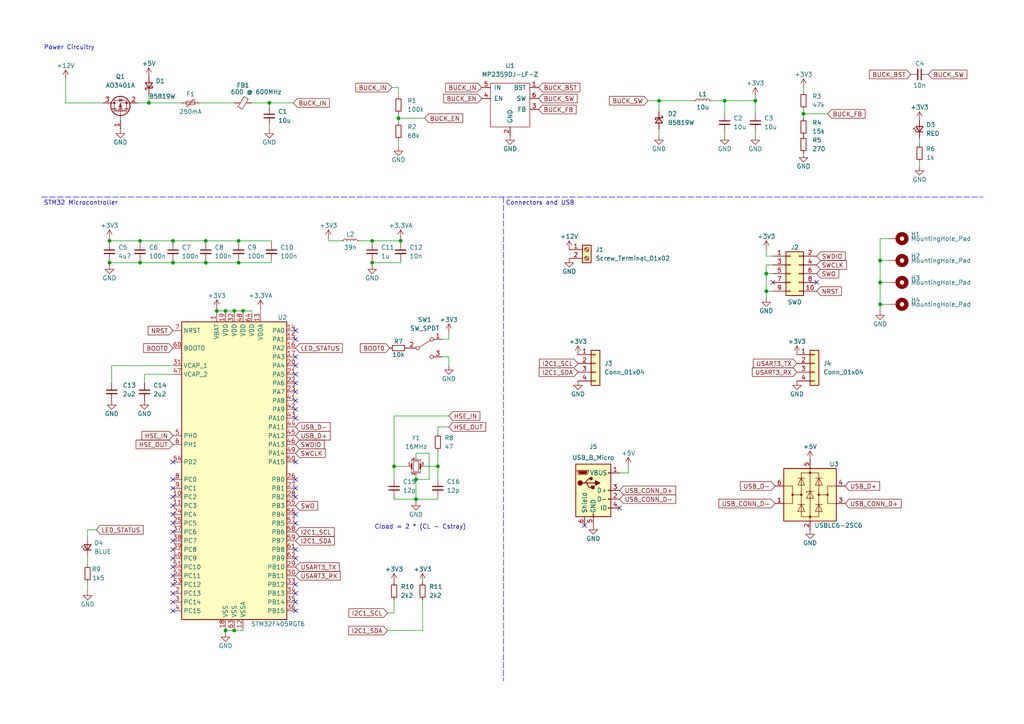
<source format=kicad_sch>
(kicad_sch (version 20201015) (generator eeschema)
  (paper "A4")
  (title_block (title "STM32F4 Test Board") (date "2020-09-25") (rev "2.0") (company "Phil's Lab"))
  (lib_symbols
    (symbol "Connector:Screw_Terminal_01x02" (pin_names (offset 1.016) hide)
      (property "Reference" "J" (at 0 2.54 0))
      (property "Value" "Screw_Terminal_01x02" (at 0 -5.08 0))
      (symbol "Screw_Terminal_01x02_1_1"
        (pin passive line (at -5.08 0 0) (length 3.81) (name "Pin_1") (number "1"))
        (pin passive line (at -5.08 -2.54 0) (length 3.81) (name "Pin_2") (number "2"))
      )
    )
    (symbol "Connector:USB_B_Micro" (pin_names (offset 1.016))
      (property "Reference" "J" (at -5.08 11.43 0))
      (property "Value" "USB_B_Micro" (at -5.08 8.89 0))
      (symbol "USB_B_Micro_1_1"
        (pin power_out line (at 7.62 5.08 180) (length 2.54) (name "VBUS") (number "1"))
        (pin bidirectional line (at 7.62 -2.54 180) (length 2.54) (name "D-") (number "2"))
        (pin bidirectional line (at 7.62 0 180) (length 2.54) (name "D+") (number "3"))
        (pin passive line (at 7.62 -5.08 180) (length 2.54) (name "ID") (number "4"))
        (pin power_out line (at 0 -10.16 90) (length 2.54) (name "GND") (number "5"))
        (pin passive line (at -2.54 -10.16 90) (length 2.54) (name "Shield") (number "6"))
      )
    )
    (symbol "Connector_Generic:Conn_01x04" (pin_names (offset 1.016) hide)
      (property "Reference" "J" (at 0 5.08 0))
      (property "Value" "Conn_01x04" (at 0 -7.62 0))
      (symbol "Conn_01x04_1_1"
        (pin passive line (at -5.08 2.54 0) (length 3.81) (name "Pin_1") (number "1"))
        (pin passive line (at -5.08 0 0) (length 3.81) (name "Pin_2") (number "2"))
        (pin passive line (at -5.08 -2.54 0) (length 3.81) (name "Pin_3") (number "3"))
        (pin passive line (at -5.08 -5.08 0) (length 3.81) (name "Pin_4") (number "4"))
      )
    )
    (symbol "Connector_Generic:Conn_02x05_Odd_Even" (pin_names (offset 1.016) hide)
      (property "Reference" "J" (at 1.27 7.62 0))
      (property "Value" "Conn_02x05_Odd_Even" (at 1.27 -7.62 0))
      (symbol "Conn_02x05_Odd_Even_1_1"
        (pin passive line (at -5.08 5.08 0) (length 3.81) (name "Pin_1") (number "1"))
        (pin passive line (at 7.62 -5.08 180) (length 3.81) (name "Pin_10") (number "10"))
        (pin passive line (at 7.62 5.08 180) (length 3.81) (name "Pin_2") (number "2"))
        (pin passive line (at -5.08 2.54 0) (length 3.81) (name "Pin_3") (number "3"))
        (pin passive line (at 7.62 2.54 180) (length 3.81) (name "Pin_4") (number "4"))
        (pin passive line (at -5.08 0 0) (length 3.81) (name "Pin_5") (number "5"))
        (pin passive line (at 7.62 0 180) (length 3.81) (name "Pin_6") (number "6"))
        (pin passive line (at -5.08 -2.54 0) (length 3.81) (name "Pin_7") (number "7"))
        (pin passive line (at 7.62 -2.54 180) (length 3.81) (name "Pin_8") (number "8"))
        (pin passive line (at -5.08 -5.08 0) (length 3.81) (name "Pin_9") (number "9"))
      )
    )
    (symbol "Device:C_Small" (pin_numbers hide) (pin_names (offset 0.254) hide)
      (property "Reference" "C" (at 0.254 1.778 0))
      (property "Value" "C_Small" (at 0.254 -2.032 0))
      (symbol "C_Small_1_1"
        (pin passive line (at 0 2.54 270) (length 2.032) (name "~") (number "1"))
        (pin passive line (at 0 -2.54 90) (length 2.032) (name "~") (number "2"))
      )
    )
    (symbol "Device:Crystal_GND24_Small" (pin_names (offset 1.016) hide)
      (property "Reference" "Y" (at 1.27 4.445 0))
      (property "Value" "Crystal_GND24_Small" (at 1.27 2.54 0))
      (symbol "Crystal_GND24_Small_1_1"
        (pin passive line (at -2.54 0 0) (length 1.27) (name "1") (number "1"))
        (pin passive line (at 0 -2.54 90) (length 0.635) (name "2") (number "2"))
        (pin passive line (at 2.54 0 180) (length 1.27) (name "3") (number "3"))
        (pin passive line (at 0 2.54 270) (length 0.635) (name "4") (number "4"))
      )
    )
    (symbol "Device:D_Schottky_Small" (pin_numbers hide) (pin_names (offset 0.254) hide)
      (property "Reference" "D" (at -1.27 2.032 0))
      (property "Value" "D_Schottky_Small" (at -7.112 -2.032 0))
      (symbol "D_Schottky_Small_1_1"
        (pin passive line (at -2.54 0 0) (length 1.778) (name "K") (number "1"))
        (pin passive line (at 2.54 0 180) (length 1.778) (name "A") (number "2"))
      )
    )
    (symbol "Device:Ferrite_Bead_Small" (pin_numbers hide) (pin_names (offset 0))
      (property "Reference" "FB" (at 1.905 1.27 0))
      (property "Value" "Ferrite_Bead_Small" (at 1.905 -1.27 0))
      (symbol "Ferrite_Bead_Small_1_1"
        (pin passive line (at 0 2.54 270) (length 1.27) (name "~") (number "1"))
        (pin passive line (at 0 -2.54 90) (length 1.27) (name "~") (number "2"))
      )
    )
    (symbol "Device:LED_Small" (pin_numbers hide) (pin_names (offset 0.254) hide)
      (property "Reference" "D" (at -1.27 3.175 0))
      (property "Value" "LED_Small" (at -4.445 -2.54 0))
      (symbol "LED_Small_1_1"
        (pin passive line (at -2.54 0 0) (length 1.778) (name "K") (number "1"))
        (pin passive line (at 2.54 0 180) (length 1.778) (name "A") (number "2"))
      )
    )
    (symbol "Device:L_Small" (pin_numbers hide) (pin_names (offset 0.254) hide)
      (property "Reference" "L" (at 0.762 1.016 0))
      (property "Value" "L_Small" (at 0.762 -1.016 0))
      (symbol "L_Small_1_1"
        (pin passive line (at 0 2.54 270) (length 0.508) (name "~") (number "1"))
        (pin passive line (at 0 -2.54 90) (length 0.508) (name "~") (number "2"))
      )
    )
    (symbol "Device:Polyfuse_Small" (pin_numbers hide) (pin_names (offset 0))
      (property "Reference" "F" (at -1.905 0 90))
      (property "Value" "Polyfuse_Small" (at 1.905 0 90))
      (symbol "Polyfuse_Small_1_1"
        (pin passive line (at 0 2.54 270) (length 0.635) (name "~") (number "1"))
        (pin passive line (at 0 -2.54 90) (length 0.635) (name "~") (number "2"))
      )
    )
    (symbol "Device:R_Small" (pin_numbers hide) (pin_names (offset 0.254) hide)
      (property "Reference" "R" (at 0.762 0.508 0))
      (property "Value" "R_Small" (at 0.762 -1.016 0))
      (symbol "R_Small_1_1"
        (pin passive line (at 0 2.54 270) (length 0.762) (name "~") (number "1"))
        (pin passive line (at 0 -2.54 90) (length 0.762) (name "~") (number "2"))
      )
    )
    (symbol "MCU_ST_STM32F4:STM32F405RGTx"
      (property "Reference" "U" (at -15.24 44.45 0))
      (property "Value" "STM32F405RGTx" (at 10.16 44.45 0))
      (symbol "STM32F405RGTx_1_1"
        (pin input line (at -17.78 35.56 0) (length 2.54) (name "BOOT0") (number "60"))
        (pin input line (at -17.78 40.64 0) (length 2.54) (name "NRST") (number "7"))
        (pin bidirectional line (at 17.78 40.64 180) (length 2.54) (name "PA0") (number "14"))
        (pin bidirectional line (at 17.78 38.1 180) (length 2.54) (name "PA1") (number "15"))
        (pin bidirectional line (at 17.78 15.24 180) (length 2.54) (name "PA10") (number "43"))
        (pin bidirectional line (at 17.78 12.7 180) (length 2.54) (name "PA11") (number "44"))
        (pin bidirectional line (at 17.78 10.16 180) (length 2.54) (name "PA12") (number "45"))
        (pin bidirectional line (at 17.78 7.62 180) (length 2.54) (name "PA13") (number "46"))
        (pin bidirectional line (at 17.78 5.08 180) (length 2.54) (name "PA14") (number "49"))
        (pin bidirectional line (at 17.78 2.54 180) (length 2.54) (name "PA15") (number "50"))
        (pin bidirectional line (at 17.78 35.56 180) (length 2.54) (name "PA2") (number "16"))
        (pin bidirectional line (at 17.78 33.02 180) (length 2.54) (name "PA3") (number "17"))
        (pin bidirectional line (at 17.78 30.48 180) (length 2.54) (name "PA4") (number "20"))
        (pin bidirectional line (at 17.78 27.94 180) (length 2.54) (name "PA5") (number "21"))
        (pin bidirectional line (at 17.78 25.4 180) (length 2.54) (name "PA6") (number "22"))
        (pin bidirectional line (at 17.78 22.86 180) (length 2.54) (name "PA7") (number "23"))
        (pin bidirectional line (at 17.78 20.32 180) (length 2.54) (name "PA8") (number "41"))
        (pin bidirectional line (at 17.78 17.78 180) (length 2.54) (name "PA9") (number "42"))
        (pin bidirectional line (at 17.78 -2.54 180) (length 2.54) (name "PB0") (number "26"))
        (pin bidirectional line (at 17.78 -5.08 180) (length 2.54) (name "PB1") (number "27"))
        (pin bidirectional line (at 17.78 -27.94 180) (length 2.54) (name "PB10") (number "29"))
        (pin bidirectional line (at 17.78 -30.48 180) (length 2.54) (name "PB11") (number "30"))
        (pin bidirectional line (at 17.78 -33.02 180) (length 2.54) (name "PB12") (number "33"))
        (pin bidirectional line (at 17.78 -35.56 180) (length 2.54) (name "PB13") (number "34"))
        (pin bidirectional line (at 17.78 -38.1 180) (length 2.54) (name "PB14") (number "35"))
        (pin bidirectional line (at 17.78 -40.64 180) (length 2.54) (name "PB15") (number "36"))
        (pin bidirectional line (at 17.78 -7.62 180) (length 2.54) (name "PB2") (number "28"))
        (pin bidirectional line (at 17.78 -10.16 180) (length 2.54) (name "PB3") (number "55"))
        (pin bidirectional line (at 17.78 -12.7 180) (length 2.54) (name "PB4") (number "56"))
        (pin bidirectional line (at 17.78 -15.24 180) (length 2.54) (name "PB5") (number "57"))
        (pin bidirectional line (at 17.78 -17.78 180) (length 2.54) (name "PB6") (number "58"))
        (pin bidirectional line (at 17.78 -20.32 180) (length 2.54) (name "PB7") (number "59"))
        (pin bidirectional line (at 17.78 -22.86 180) (length 2.54) (name "PB8") (number "61"))
        (pin bidirectional line (at 17.78 -25.4 180) (length 2.54) (name "PB9") (number "62"))
        (pin bidirectional line (at -17.78 -2.54 0) (length 2.54) (name "PC0") (number "8"))
        (pin bidirectional line (at -17.78 -5.08 0) (length 2.54) (name "PC1") (number "9"))
        (pin bidirectional line (at -17.78 -27.94 0) (length 2.54) (name "PC10") (number "51"))
        (pin bidirectional line (at -17.78 -30.48 0) (length 2.54) (name "PC11") (number "52"))
        (pin bidirectional line (at -17.78 -33.02 0) (length 2.54) (name "PC12") (number "53"))
        (pin bidirectional line (at -17.78 -35.56 0) (length 2.54) (name "PC13") (number "2"))
        (pin bidirectional line (at -17.78 -38.1 0) (length 2.54) (name "PC14") (number "3"))
        (pin bidirectional line (at -17.78 -40.64 0) (length 2.54) (name "PC15") (number "4"))
        (pin bidirectional line (at -17.78 -7.62 0) (length 2.54) (name "PC2") (number "10"))
        (pin bidirectional line (at -17.78 -10.16 0) (length 2.54) (name "PC3") (number "11"))
        (pin bidirectional line (at -17.78 -12.7 0) (length 2.54) (name "PC4") (number "24"))
        (pin bidirectional line (at -17.78 -15.24 0) (length 2.54) (name "PC5") (number "25"))
        (pin bidirectional line (at -17.78 -17.78 0) (length 2.54) (name "PC6") (number "37"))
        (pin bidirectional line (at -17.78 -20.32 0) (length 2.54) (name "PC7") (number "38"))
        (pin bidirectional line (at -17.78 -22.86 0) (length 2.54) (name "PC8") (number "39"))
        (pin bidirectional line (at -17.78 -25.4 0) (length 2.54) (name "PC9") (number "40"))
        (pin bidirectional line (at -17.78 2.54 0) (length 2.54) (name "PD2") (number "54"))
        (pin input line (at -17.78 10.16 0) (length 2.54) (name "PH0") (number "5"))
        (pin input line (at -17.78 7.62 0) (length 2.54) (name "PH1") (number "6"))
        (pin power_in line (at -5.08 45.72 270) (length 2.54) (name "VBAT") (number "1"))
        (pin power_in line (at -17.78 30.48 0) (length 2.54) (name "VCAP_1") (number "31"))
        (pin power_in line (at -17.78 27.94 0) (length 2.54) (name "VCAP_2") (number "47"))
        (pin power_in line (at -2.54 45.72 270) (length 2.54) (name "VDD") (number "19"))
        (pin power_in line (at 0 45.72 270) (length 2.54) (name "VDD") (number "32"))
        (pin power_in line (at 2.54 45.72 270) (length 2.54) (name "VDD") (number "48"))
        (pin power_in line (at 5.08 45.72 270) (length 2.54) (name "VDD") (number "64"))
        (pin power_in line (at 7.62 45.72 270) (length 2.54) (name "VDDA") (number "13"))
        (pin power_in line (at -2.54 -45.72 90) (length 2.54) (name "VSS") (number "18"))
        (pin power_in line (at 0 -45.72 90) (length 2.54) (name "VSS") (number "63"))
        (pin power_in line (at 2.54 -45.72 90) (length 2.54) (name "VSSA") (number "12"))
      )
    )
    (symbol "Mechanical:MountingHole_Pad" (pin_numbers hide) (pin_names (offset 1.016) hide)
      (property "Reference" "H" (at 0 6.35 0))
      (property "Value" "MountingHole_Pad" (at 0 4.445 0))
      (symbol "MountingHole_Pad_1_1"
        (pin input line (at 0 -2.54 90) (length 2.54) (name "1") (number "1"))
      )
    )
    (symbol "Power_Protection:USBLC6-2SC6" (pin_names hide)
      (property "Reference" "U" (at 2.54 8.89 0))
      (property "Value" "USBLC6-2SC6" (at 2.54 -8.89 0))
      (symbol "USBLC6-2SC6_1_1"
        (pin passive line (at -10.16 -2.54 0) (length 2.54) (name "I/O1") (number "1"))
        (pin passive line (at 0 -10.16 90) (length 2.54) (name "GND") (number "2"))
        (pin passive line (at 10.16 -2.54 180) (length 2.54) (name "I/O2") (number "3"))
        (pin passive line (at 10.16 2.54 180) (length 2.54) (name "I/O2") (number "4"))
        (pin passive line (at 0 10.16 270) (length 2.54) (name "VBUS") (number "5"))
        (pin passive line (at -10.16 2.54 0) (length 2.54) (name "I/O1") (number "6"))
      )
    )
    (symbol "SchmillipKiCADLibrary:MP2359DJ-LF-Z" (pin_names (offset 1.016))
      (property "Reference" "U" (at 0 9.525 0))
      (property "Value" "SchmillipKiCADLibrary_MP2359DJ-LF-Z" (at 10.16 -6.35 0))
      (symbol "MP2359DJ-LF-Z_1_1"
        (pin input line (at 8.255 6.35 180) (length 2.54) (name "BST") (number "1"))
        (pin power_in line (at 0 -7.62 90) (length 2.54) (name "GND") (number "2"))
        (pin input line (at 8.255 0 180) (length 2.54) (name "FB") (number "3"))
        (pin input line (at -8.255 3.175 0) (length 2.54) (name "EN") (number "4"))
        (pin power_in line (at -8.255 6.35 0) (length 2.54) (name "IN") (number "5"))
        (pin power_out line (at 8.255 3.175 180) (length 2.54) (name "SW") (number "6"))
      )
    )
    (symbol "Switch:SW_SPDT" (pin_names (offset 0) hide)
      (property "Reference" "SW" (at 0 4.318 0))
      (property "Value" "SW_SPDT" (at 0 -5.08 0))
      (symbol "SW_SPDT_1_1"
        (pin passive line (at 5.08 2.54 180) (length 2.54) (name "A") (number "1"))
        (pin passive line (at -5.08 0 0) (length 2.54) (name "B") (number "2"))
        (pin passive line (at 5.08 -2.54 180) (length 2.54) (name "C") (number "3"))
      )
    )
    (symbol "Transistor_FET:AO3401A" (pin_names hide)
      (property "Reference" "Q" (at 5.08 1.905 0))
      (property "Value" "AO3401A" (at 5.08 0 0))
      (symbol "AO3401A_1_1"
        (pin input line (at -5.08 0 0) (length 2.54) (name "G") (number "1"))
        (pin passive line (at 2.54 -5.08 90) (length 2.54) (name "S") (number "2"))
        (pin passive line (at 2.54 5.08 270) (length 2.54) (name "D") (number "3"))
      )
    )
    (symbol "power:+12V" (power) (pin_names (offset 0))
      (property "Value" "+12V" (at 0 3.556 0))
      (symbol "+12V_1_1"
        (pin power_in line (at 0 0 90) (length 0) hide (name "+12V") (number "1"))
      )
    )
    (symbol "power:+3.3V" (power) (pin_names (offset 0))
      (property "Value" "+3.3V" (at 0 3.556 0))
      (symbol "+3.3V_1_1"
        (pin power_in line (at 0 0 90) (length 0) hide (name "+3V3") (number "1"))
      )
    )
    (symbol "power:+3.3VA" (power) (pin_names (offset 0))
      (property "Value" "+3.3VA" (at 0 3.556 0))
      (symbol "+3.3VA_1_1"
        (pin power_in line (at 0 0 90) (length 0) hide (name "+3.3VA") (number "1"))
      )
    )
    (symbol "power:+5V" (power) (pin_names (offset 0))
      (property "Value" "+5V" (at 0 3.556 0))
      (symbol "+5V_1_1"
        (pin power_in line (at 0 0 90) (length 0) hide (name "+5V") (number "1"))
      )
    )
    (symbol "power:GND" (power) (pin_names (offset 0))
      (property "Value" "GND" (at 0 -3.81 0))
      (symbol "GND_1_1"
        (pin power_in line (at 0 0 270) (length 0) hide (name "GND") (number "1"))
      )
    )
  )
  (junction (at 31.75 69.85) (diameter 0.9144))
  (junction (at 31.75 76.2) (diameter 0.9144))
  (junction (at 40.64 69.85) (diameter 0.9144))
  (junction (at 40.64 76.2) (diameter 0.9144))
  (junction (at 43.18 29.845) (diameter 0.9144))
  (junction (at 50.165 69.85) (diameter 0.9144))
  (junction (at 50.165 76.2) (diameter 0.9144))
  (junction (at 59.69 69.85) (diameter 0.9144))
  (junction (at 59.69 76.2) (diameter 0.9144))
  (junction (at 62.865 90.17) (diameter 0.9144))
  (junction (at 65.405 90.17) (diameter 0.9144))
  (junction (at 65.405 182.88) (diameter 0.9144))
  (junction (at 67.945 90.17) (diameter 0.9144))
  (junction (at 67.945 182.88) (diameter 0.9144))
  (junction (at 69.215 69.85) (diameter 0.9144))
  (junction (at 69.215 76.2) (diameter 0.9144))
  (junction (at 70.485 90.17) (diameter 0.9144))
  (junction (at 78.105 29.845) (diameter 0.9144))
  (junction (at 107.95 69.85) (diameter 0.9144))
  (junction (at 107.95 76.2) (diameter 0.9144))
  (junction (at 114.3 135.255) (diameter 0.9144))
  (junction (at 115.57 34.29) (diameter 0.9144))
  (junction (at 116.205 69.85) (diameter 0.9144))
  (junction (at 120.65 139.065) (diameter 0.9144))
  (junction (at 120.65 144.78) (diameter 0.9144))
  (junction (at 127 135.255) (diameter 0.9144))
  (junction (at 191.135 29.21) (diameter 0.9144))
  (junction (at 210.185 29.21) (diameter 0.9144))
  (junction (at 219.075 29.21) (diameter 0.9144))
  (junction (at 222.25 79.375) (diameter 0.9144))
  (junction (at 222.25 84.455) (diameter 0.9144))
  (junction (at 233.045 33.02) (diameter 0.9144))
  (junction (at 255.27 75.565) (diameter 0.9144))
  (junction (at 255.27 81.915) (diameter 0.9144))
  (junction (at 255.27 88.265) (diameter 0.9144))
  (no_connect (at 85.725 141.605))
  (no_connect (at 85.725 144.145))
  (no_connect (at 50.165 161.925))
  (no_connect (at 50.165 139.065))
  (no_connect (at 50.165 177.165))
  (no_connect (at 179.705 147.32))
  (no_connect (at 50.165 151.765))
  (no_connect (at 85.725 177.165))
  (no_connect (at 50.165 144.145))
  (no_connect (at 85.725 106.045))
  (no_connect (at 85.725 151.765))
  (no_connect (at 85.725 108.585))
  (no_connect (at 85.725 103.505))
  (no_connect (at 85.725 95.885))
  (no_connect (at 85.725 159.385))
  (no_connect (at 169.545 152.4))
  (no_connect (at 85.725 161.925))
  (no_connect (at 50.165 174.625))
  (no_connect (at 50.165 164.465))
  (no_connect (at 236.855 81.915))
  (no_connect (at 85.725 116.205))
  (no_connect (at 85.725 121.285))
  (no_connect (at 85.725 113.665))
  (no_connect (at 50.165 159.385))
  (no_connect (at 85.725 133.985))
  (no_connect (at 85.725 118.745))
  (no_connect (at 50.165 172.085))
  (no_connect (at 50.165 141.605))
  (no_connect (at 85.725 98.425))
  (no_connect (at 50.165 149.225))
  (no_connect (at 85.725 169.545))
  (no_connect (at 85.725 149.225))
  (no_connect (at 85.725 111.125))
  (no_connect (at 50.165 156.845))
  (no_connect (at 50.165 154.305))
  (no_connect (at 85.725 172.085))
  (no_connect (at 50.165 167.005))
  (no_connect (at 224.155 81.915))
  (no_connect (at 85.725 139.065))
  (no_connect (at 85.725 174.625))
  (no_connect (at 50.165 169.545))
  (no_connect (at 50.165 146.685))
  (no_connect (at 50.165 133.985))
  (wire (pts (xy 19.05 22.86) (xy 19.05 29.845)))
  (wire (pts (xy 25.4 153.67) (xy 25.4 156.21)))
  (wire (pts (xy 25.4 163.83) (xy 25.4 161.29)))
  (wire (pts (xy 25.4 171.45) (xy 25.4 168.91)))
  (wire (pts (xy 27.94 153.67) (xy 25.4 153.67)))
  (wire (pts (xy 29.845 29.845) (xy 19.05 29.845)))
  (wire (pts (xy 31.75 69.215) (xy 31.75 69.85)))
  (wire (pts (xy 31.75 69.85) (xy 31.75 70.485)))
  (wire (pts (xy 31.75 69.85) (xy 40.64 69.85)))
  (wire (pts (xy 31.75 76.2) (xy 31.75 75.565)))
  (wire (pts (xy 31.75 76.2) (xy 40.64 76.2)))
  (wire (pts (xy 31.75 76.835) (xy 31.75 76.2)))
  (wire (pts (xy 32.385 106.045) (xy 50.165 106.045)))
  (wire (pts (xy 32.385 111.125) (xy 32.385 106.045)))
  (wire (pts (xy 40.005 29.845) (xy 43.18 29.845)))
  (wire (pts (xy 40.64 69.85) (xy 50.165 69.85)))
  (wire (pts (xy 40.64 70.485) (xy 40.64 69.85)))
  (wire (pts (xy 40.64 75.565) (xy 40.64 76.2)))
  (wire (pts (xy 40.64 76.2) (xy 50.165 76.2)))
  (wire (pts (xy 41.91 108.585) (xy 50.165 108.585)))
  (wire (pts (xy 41.91 111.125) (xy 41.91 108.585)))
  (wire (pts (xy 43.18 27.305) (xy 43.18 29.845)))
  (wire (pts (xy 50.165 69.85) (xy 59.69 69.85)))
  (wire (pts (xy 50.165 70.485) (xy 50.165 69.85)))
  (wire (pts (xy 50.165 75.565) (xy 50.165 76.2)))
  (wire (pts (xy 50.165 76.2) (xy 59.69 76.2)))
  (wire (pts (xy 52.705 29.845) (xy 43.18 29.845)))
  (wire (pts (xy 57.785 29.845) (xy 67.945 29.845)))
  (wire (pts (xy 59.69 69.85) (xy 69.215 69.85)))
  (wire (pts (xy 59.69 70.485) (xy 59.69 69.85)))
  (wire (pts (xy 59.69 75.565) (xy 59.69 76.2)))
  (wire (pts (xy 59.69 76.2) (xy 69.215 76.2)))
  (wire (pts (xy 62.865 89.535) (xy 62.865 90.17)))
  (wire (pts (xy 62.865 90.17) (xy 62.865 90.805)))
  (wire (pts (xy 62.865 90.17) (xy 65.405 90.17)))
  (wire (pts (xy 65.405 90.17) (xy 67.945 90.17)))
  (wire (pts (xy 65.405 90.805) (xy 65.405 90.17)))
  (wire (pts (xy 65.405 182.88) (xy 65.405 182.245)))
  (wire (pts (xy 65.405 182.88) (xy 67.945 182.88)))
  (wire (pts (xy 65.405 183.515) (xy 65.405 182.88)))
  (wire (pts (xy 67.945 90.17) (xy 70.485 90.17)))
  (wire (pts (xy 67.945 90.805) (xy 67.945 90.17)))
  (wire (pts (xy 67.945 182.245) (xy 67.945 182.88)))
  (wire (pts (xy 67.945 182.88) (xy 70.485 182.88)))
  (wire (pts (xy 69.215 69.85) (xy 78.74 69.85)))
  (wire (pts (xy 69.215 70.485) (xy 69.215 69.85)))
  (wire (pts (xy 69.215 75.565) (xy 69.215 76.2)))
  (wire (pts (xy 69.215 76.2) (xy 78.74 76.2)))
  (wire (pts (xy 70.485 90.17) (xy 73.025 90.17)))
  (wire (pts (xy 70.485 90.805) (xy 70.485 90.17)))
  (wire (pts (xy 70.485 182.88) (xy 70.485 182.245)))
  (wire (pts (xy 73.025 90.17) (xy 73.025 90.805)))
  (wire (pts (xy 75.565 89.535) (xy 75.565 90.805)))
  (wire (pts (xy 78.105 29.845) (xy 73.025 29.845)))
  (wire (pts (xy 78.105 31.115) (xy 78.105 29.845)))
  (wire (pts (xy 78.105 37.465) (xy 78.105 36.195)))
  (wire (pts (xy 78.74 69.85) (xy 78.74 70.485)))
  (wire (pts (xy 78.74 76.2) (xy 78.74 75.565)))
  (wire (pts (xy 85.09 29.845) (xy 78.105 29.845)))
  (wire (pts (xy 95.25 69.215) (xy 95.25 69.85)))
  (wire (pts (xy 95.25 69.85) (xy 99.06 69.85)))
  (wire (pts (xy 107.95 69.85) (xy 104.14 69.85)))
  (wire (pts (xy 107.95 70.485) (xy 107.95 69.85)))
  (wire (pts (xy 107.95 76.2) (xy 107.95 75.565)))
  (wire (pts (xy 107.95 76.2) (xy 116.205 76.2)))
  (wire (pts (xy 107.95 76.835) (xy 107.95 76.2)))
  (wire (pts (xy 112.395 177.8) (xy 114.3 177.8)))
  (wire (pts (xy 112.395 182.88) (xy 122.555 182.88)))
  (wire (pts (xy 113.665 25.4) (xy 115.57 25.4)))
  (wire (pts (xy 114.3 120.65) (xy 114.3 135.255)))
  (wire (pts (xy 114.3 120.65) (xy 130.175 120.65)))
  (wire (pts (xy 114.3 135.255) (xy 118.11 135.255)))
  (wire (pts (xy 114.3 139.065) (xy 114.3 135.255)))
  (wire (pts (xy 114.3 144.78) (xy 114.3 144.145)))
  (wire (pts (xy 114.3 177.8) (xy 114.3 173.99)))
  (wire (pts (xy 115.57 25.4) (xy 115.57 27.94)))
  (wire (pts (xy 115.57 34.29) (xy 115.57 33.02)))
  (wire (pts (xy 115.57 35.56) (xy 115.57 34.29)))
  (wire (pts (xy 115.57 42.545) (xy 115.57 40.64)))
  (wire (pts (xy 116.205 69.215) (xy 116.205 69.85)))
  (wire (pts (xy 116.205 69.85) (xy 107.95 69.85)))
  (wire (pts (xy 116.205 70.485) (xy 116.205 69.85)))
  (wire (pts (xy 116.205 76.2) (xy 116.205 75.565)))
  (wire (pts (xy 120.65 131.445) (xy 124.46 131.445)))
  (wire (pts (xy 120.65 132.715) (xy 120.65 131.445)))
  (wire (pts (xy 120.65 137.795) (xy 120.65 139.065)))
  (wire (pts (xy 120.65 139.065) (xy 120.65 144.78)))
  (wire (pts (xy 120.65 144.78) (xy 114.3 144.78)))
  (wire (pts (xy 120.65 144.78) (xy 127 144.78)))
  (wire (pts (xy 120.65 145.415) (xy 120.65 144.78)))
  (wire (pts (xy 122.555 182.88) (xy 122.555 173.99)))
  (wire (pts (xy 123.19 34.29) (xy 115.57 34.29)))
  (wire (pts (xy 123.19 135.255) (xy 127 135.255)))
  (wire (pts (xy 124.46 131.445) (xy 124.46 139.065)))
  (wire (pts (xy 124.46 139.065) (xy 120.65 139.065)))
  (wire (pts (xy 127 123.825) (xy 127 125.73)))
  (wire (pts (xy 127 130.81) (xy 127 135.255)))
  (wire (pts (xy 127 139.065) (xy 127 135.255)))
  (wire (pts (xy 127 144.78) (xy 127 144.145)))
  (wire (pts (xy 128.27 98.425) (xy 130.175 98.425)))
  (wire (pts (xy 130.175 98.425) (xy 130.175 96.52)))
  (wire (pts (xy 130.175 103.505) (xy 128.27 103.505)))
  (wire (pts (xy 130.175 106.045) (xy 130.175 103.505)))
  (wire (pts (xy 130.175 123.825) (xy 127 123.825)))
  (wire (pts (xy 179.705 137.16) (xy 182.245 137.16)))
  (wire (pts (xy 182.245 137.16) (xy 182.245 135.255)))
  (wire (pts (xy 191.135 29.21) (xy 187.96 29.21)))
  (wire (pts (xy 191.135 32.385) (xy 191.135 29.21)))
  (wire (pts (xy 191.135 39.37) (xy 191.135 37.465)))
  (wire (pts (xy 201.295 29.21) (xy 191.135 29.21)))
  (wire (pts (xy 210.185 29.21) (xy 206.375 29.21)))
  (wire (pts (xy 210.185 33.02) (xy 210.185 29.21)))
  (wire (pts (xy 210.185 39.37) (xy 210.185 38.1)))
  (wire (pts (xy 219.075 27.94) (xy 219.075 29.21)))
  (wire (pts (xy 219.075 29.21) (xy 210.185 29.21)))
  (wire (pts (xy 219.075 33.02) (xy 219.075 29.21)))
  (wire (pts (xy 219.075 39.37) (xy 219.075 38.1)))
  (wire (pts (xy 222.25 72.39) (xy 222.25 74.295)))
  (wire (pts (xy 222.25 74.295) (xy 224.155 74.295)))
  (wire (pts (xy 222.25 76.835) (xy 222.25 79.375)))
  (wire (pts (xy 222.25 79.375) (xy 222.25 84.455)))
  (wire (pts (xy 222.25 84.455) (xy 222.25 86.36)))
  (wire (pts (xy 224.155 76.835) (xy 222.25 76.835)))
  (wire (pts (xy 224.155 79.375) (xy 222.25 79.375)))
  (wire (pts (xy 224.155 84.455) (xy 222.25 84.455)))
  (wire (pts (xy 233.045 26.67) (xy 233.045 25.4)))
  (wire (pts (xy 233.045 33.02) (xy 233.045 31.75)))
  (wire (pts (xy 233.045 33.02) (xy 233.045 34.29)))
  (wire (pts (xy 240.03 33.02) (xy 233.045 33.02)))
  (wire (pts (xy 255.27 69.215) (xy 257.81 69.215)))
  (wire (pts (xy 255.27 75.565) (xy 255.27 69.215)))
  (wire (pts (xy 255.27 81.915) (xy 255.27 75.565)))
  (wire (pts (xy 255.27 88.265) (xy 255.27 81.915)))
  (wire (pts (xy 255.27 90.17) (xy 255.27 88.265)))
  (wire (pts (xy 257.81 75.565) (xy 255.27 75.565)))
  (wire (pts (xy 257.81 81.915) (xy 255.27 81.915)))
  (wire (pts (xy 257.81 88.265) (xy 255.27 88.265)))
  (wire (pts (xy 266.7 41.91) (xy 266.7 40.005)))
  (wire (pts (xy 266.7 48.26) (xy 266.7 46.99)))
  (polyline (pts (xy 12.065 57.15) (xy 285.115 57.15)) (stroke (width 0) (type dash)))
  (polyline (pts (xy 146.05 57.15) (xy 146.05 197.485)) (stroke (width 0) (type dash)))
  (text "Power Circuitry" (at 12.7 14.605 0) (effects (font (size 1.27 1.27)) (justify left bottom)))
  (text "STM32 Microcontroller" (at 12.7 59.69 0) (effects (font (size 1.27 1.27)) (justify left bottom)))
  (text "Cload = 2 * (CL - Cstray)" (at 108.585 153.67 0) (effects (font (size 1.27 1.27)) (justify left bottom)))
  (text "Connectors and USB" (at 146.685 59.69 0) (effects (font (size 1.27 1.27)) (justify left bottom)))
  (global_label "LED_STATUS" (shape input) (at 27.94 153.67 0) (property "Intersheet References" "${INTERSHEET_REFS}" (effects hide)))
  (global_label "NRST" (shape input) (at 50.165 95.885 180) (property "Intersheet References" "${INTERSHEET_REFS}" (effects hide)))
  (global_label "BOOT0" (shape input) (at 50.165 100.965 180) (property "Intersheet References" "${INTERSHEET_REFS}" (effects hide)))
  (global_label "HSE_IN" (shape input) (at 50.165 126.365 180) (property "Intersheet References" "${INTERSHEET_REFS}" (effects hide)))
  (global_label "HSE_OUT" (shape input) (at 50.165 128.905 180) (property "Intersheet References" "${INTERSHEET_REFS}" (effects hide)))
  (global_label "BUCK_IN" (shape input) (at 85.09 29.845 0) (property "Intersheet References" "${INTERSHEET_REFS}" (effects hide)))
  (global_label "LED_STATUS" (shape input) (at 85.725 100.965 0) (property "Intersheet References" "${INTERSHEET_REFS}" (effects hide)))
  (global_label "USB_D-" (shape input) (at 85.725 123.825 0) (property "Intersheet References" "${INTERSHEET_REFS}" (effects hide)))
  (global_label "USB_D+" (shape input) (at 85.725 126.365 0) (property "Intersheet References" "${INTERSHEET_REFS}" (effects hide)))
  (global_label "SWDIO" (shape input) (at 85.725 128.905 0) (property "Intersheet References" "${INTERSHEET_REFS}" (effects hide)))
  (global_label "SWCLK" (shape input) (at 85.725 131.445 0) (property "Intersheet References" "${INTERSHEET_REFS}" (effects hide)))
  (global_label "SWO" (shape input) (at 85.725 146.685 0) (property "Intersheet References" "${INTERSHEET_REFS}" (effects hide)))
  (global_label "I2C1_SCL" (shape input) (at 85.725 154.305 0) (property "Intersheet References" "${INTERSHEET_REFS}" (effects hide)))
  (global_label "I2C1_SDA" (shape input) (at 85.725 156.845 0) (property "Intersheet References" "${INTERSHEET_REFS}" (effects hide)))
  (global_label "USART3_TX" (shape input) (at 85.725 164.465 0) (property "Intersheet References" "${INTERSHEET_REFS}" (effects hide)))
  (global_label "USART3_RX" (shape input) (at 85.725 167.005 0) (property "Intersheet References" "${INTERSHEET_REFS}" (effects hide)))
  (global_label "I2C1_SCL" (shape input) (at 112.395 177.8 180) (property "Intersheet References" "${INTERSHEET_REFS}" (effects hide)))
  (global_label "I2C1_SDA" (shape input) (at 112.395 182.88 180) (property "Intersheet References" "${INTERSHEET_REFS}" (effects hide)))
  (global_label "BOOT0" (shape input) (at 113.03 100.965 180) (property "Intersheet References" "${INTERSHEET_REFS}" (effects hide)))
  (global_label "BUCK_IN" (shape input) (at 113.665 25.4 180) (property "Intersheet References" "${INTERSHEET_REFS}" (effects hide)))
  (global_label "BUCK_EN" (shape input) (at 123.19 34.29 0) (property "Intersheet References" "${INTERSHEET_REFS}" (effects hide)))
  (global_label "HSE_IN" (shape input) (at 130.175 120.65 0) (property "Intersheet References" "${INTERSHEET_REFS}" (effects hide)))
  (global_label "HSE_OUT" (shape input) (at 130.175 123.825 0) (property "Intersheet References" "${INTERSHEET_REFS}" (effects hide)))
  (global_label "BUCK_IN" (shape input) (at 139.7 25.4 180) (property "Intersheet References" "${INTERSHEET_REFS}" (effects hide)))
  (global_label "BUCK_EN" (shape input) (at 139.7 28.575 180) (property "Intersheet References" "${INTERSHEET_REFS}" (effects hide)))
  (global_label "BUCK_BST" (shape input) (at 156.21 25.4 0) (property "Intersheet References" "${INTERSHEET_REFS}" (effects hide)))
  (global_label "BUCK_SW" (shape input) (at 156.21 28.575 0) (property "Intersheet References" "${INTERSHEET_REFS}" (effects hide)))
  (global_label "BUCK_FB" (shape input) (at 156.21 31.75 0) (property "Intersheet References" "${INTERSHEET_REFS}" (effects hide)))
  (global_label "I2C1_SCL" (shape input) (at 167.64 105.41 180) (property "Intersheet References" "${INTERSHEET_REFS}" (effects hide)))
  (global_label "I2C1_SDA" (shape input) (at 167.64 107.95 180) (property "Intersheet References" "${INTERSHEET_REFS}" (effects hide)))
  (global_label "USB_CONN_D+" (shape input) (at 179.705 142.24 0) (property "Intersheet References" "${INTERSHEET_REFS}" (effects hide)))
  (global_label "USB_CONN_D-" (shape input) (at 179.705 144.78 0) (property "Intersheet References" "${INTERSHEET_REFS}" (effects hide)))
  (global_label "BUCK_SW" (shape input) (at 187.96 29.21 180) (property "Intersheet References" "${INTERSHEET_REFS}" (effects hide)))
  (global_label "USB_D-" (shape input) (at 224.79 140.97 180) (property "Intersheet References" "${INTERSHEET_REFS}" (effects hide)))
  (global_label "USB_CONN_D-" (shape input) (at 224.79 146.05 180) (property "Intersheet References" "${INTERSHEET_REFS}" (effects hide)))
  (global_label "USART3_TX" (shape input) (at 231.14 105.41 180) (property "Intersheet References" "${INTERSHEET_REFS}" (effects hide)))
  (global_label "USART3_RX" (shape input) (at 231.14 107.95 180) (property "Intersheet References" "${INTERSHEET_REFS}" (effects hide)))
  (global_label "SWDIO" (shape input) (at 236.855 74.295 0) (property "Intersheet References" "${INTERSHEET_REFS}" (effects hide)))
  (global_label "SWCLK" (shape input) (at 236.855 76.835 0) (property "Intersheet References" "${INTERSHEET_REFS}" (effects hide)))
  (global_label "SWO" (shape input) (at 236.855 79.375 0) (property "Intersheet References" "${INTERSHEET_REFS}" (effects hide)))
  (global_label "NRST" (shape input) (at 236.855 84.455 0) (property "Intersheet References" "${INTERSHEET_REFS}" (effects hide)))
  (global_label "BUCK_FB" (shape input) (at 240.03 33.02 0) (property "Intersheet References" "${INTERSHEET_REFS}" (effects hide)))
  (global_label "USB_D+" (shape input) (at 245.11 140.97 0) (property "Intersheet References" "${INTERSHEET_REFS}" (effects hide)))
  (global_label "USB_CONN_D+" (shape input) (at 245.11 146.05 0) (property "Intersheet References" "${INTERSHEET_REFS}" (effects hide)))
  (global_label "BUCK_BST" (shape input) (at 264.16 21.59 180) (property "Intersheet References" "${INTERSHEET_REFS}" (effects hide)))
  (global_label "BUCK_SW" (shape input) (at 269.24 21.59 0) (property "Intersheet References" "${INTERSHEET_REFS}" (effects hide)))
  (symbol (lib_id "Device:L_Small") (at 101.6 69.85 90) (unit 1)
    (property "Reference" "L2" (at 101.6 67.945 90))
    (property "Value" "39n" (at 101.6 71.755 90))
    (property "Footprint" "Inductor_SMD:L_0402_1005Metric" (effects hide))
    (property "LCSC Part #" "C26443" (effects hide))
  )
  (symbol (lib_id "Device:L_Small") (at 203.835 29.21 90) (unit 1)
    (property "Reference" "L1" (at 203.835 27.305 90))
    (property "Value" "10u" (at 203.835 31.115 90))
    (property "Footprint" "Inductor_SMD:L_Sunlord_MWSA0518_5.4x5.2mm" (effects hide))
    (property "LCSC Part #" "C139506" (effects hide))
  )
  (symbol (lib_id "power:+12V") (at 19.05 22.86 0) (unit 1)
    (property "Reference" "#PWR02" (effects hide))
    (property "Value" "+12V" (at 19.05 19.05 0))
  )
  (symbol (lib_id "power:+3.3V") (at 31.75 69.215 0) (unit 1)
    (property "Reference" "#PWR015" (effects hide))
    (property "Value" "+3.3V" (at 31.75 65.405 0))
  )
  (symbol (lib_id "power:+5V") (at 43.18 22.225 0) (unit 1)
    (property "Reference" "#PWR01" (effects hide))
    (property "Value" "+5V" (at 43.18 18.415 0))
  )
  (symbol (lib_id "power:+3.3V") (at 62.865 89.535 0) (unit 1)
    (property "Reference" "#PWR024" (effects hide))
    (property "Value" "+3.3V" (at 62.865 85.725 0))
  )
  (symbol (lib_id "power:+3.3VA") (at 75.565 89.535 0) (unit 1)
    (property "Reference" "#PWR025" (effects hide))
    (property "Value" "+3.3VA" (at 75.565 85.725 0))
  )
  (symbol (lib_id "power:+3.3V") (at 95.25 69.215 0) (unit 1)
    (property "Reference" "#PWR016" (effects hide))
    (property "Value" "+3.3V" (at 95.25 65.405 0))
  )
  (symbol (lib_id "power:+3.3V") (at 114.3 168.91 0) (unit 1)
    (property "Reference" "#PWR039" (effects hide))
    (property "Value" "+3.3V" (at 114.3 165.1 0))
  )
  (symbol (lib_id "power:+3.3VA") (at 116.205 69.215 0) (unit 1)
    (property "Reference" "#PWR017" (effects hide))
    (property "Value" "+3.3VA" (at 116.205 65.405 0))
  )
  (symbol (lib_id "power:+3.3V") (at 122.555 168.91 0) (unit 1)
    (property "Reference" "#PWR040" (effects hide))
    (property "Value" "+3.3V" (at 122.555 165.1 0))
  )
  (symbol (lib_id "power:+3.3V") (at 130.175 96.52 0) (unit 1)
    (property "Reference" "#PWR026" (effects hide))
    (property "Value" "+3.3V" (at 130.175 92.71 0))
  )
  (symbol (lib_id "power:+12V") (at 165.1 72.39 0) (unit 1)
    (property "Reference" "#PWR018" (effects hide))
    (property "Value" "+12V" (at 165.1 68.58 0))
  )
  (symbol (lib_id "power:+3.3V") (at 167.64 102.87 0) (unit 1)
    (property "Reference" "#PWR027" (effects hide))
    (property "Value" "+3.3V" (at 167.64 99.06 0))
  )
  (symbol (lib_id "power:+5V") (at 182.245 135.255 0) (unit 1)
    (property "Reference" "#PWR035" (effects hide))
    (property "Value" "+5V" (at 182.245 131.445 0))
  )
  (symbol (lib_id "power:+3.3V") (at 219.075 27.94 0) (unit 1)
    (property "Reference" "#PWR04" (effects hide))
    (property "Value" "+3.3V" (at 219.075 24.13 0))
  )
  (symbol (lib_id "power:+3.3V") (at 222.25 72.39 0) (unit 1)
    (property "Reference" "#PWR019" (effects hide))
    (property "Value" "+3.3V" (at 222.25 68.58 0))
  )
  (symbol (lib_id "power:+3.3V") (at 231.14 102.87 0) (unit 1)
    (property "Reference" "#PWR028" (effects hide))
    (property "Value" "+3.3V" (at 231.14 99.06 0))
  )
  (symbol (lib_id "power:+3.3V") (at 233.045 25.4 0) (unit 1)
    (property "Reference" "#PWR03" (effects hide))
    (property "Value" "+3.3V" (at 233.045 21.59 0))
  )
  (symbol (lib_id "power:+5V") (at 234.95 133.35 0) (unit 1)
    (property "Reference" "#PWR034" (effects hide))
    (property "Value" "+5V" (at 234.95 129.54 0))
  )
  (symbol (lib_id "power:+3.3V") (at 266.7 34.925 0) (unit 1)
    (property "Reference" "#PWR07" (effects hide))
    (property "Value" "+3.3V" (at 266.7 31.115 0))
  )
  (symbol (lib_id "power:GND") (at 25.4 171.45 0) (unit 1)
    (property "Reference" "#PWR041" (effects hide))
    (property "Value" "GND" (at 25.4 175.26 0))
  )
  (symbol (lib_id "power:GND") (at 31.75 76.835 0) (unit 1)
    (property "Reference" "#PWR021" (effects hide))
    (property "Value" "GND" (at 31.75 80.645 0))
  )
  (symbol (lib_id "power:GND") (at 32.385 116.205 0) (unit 1)
    (property "Reference" "#PWR032" (effects hide))
    (property "Value" "GND" (at 32.385 120.015 0))
  )
  (symbol (lib_id "power:GND") (at 34.925 37.465 0) (unit 1)
    (property "Reference" "#PWR05" (effects hide))
    (property "Value" "GND" (at 34.925 41.275 0))
  )
  (symbol (lib_id "power:GND") (at 41.91 116.205 0) (unit 1)
    (property "Reference" "#PWR033" (effects hide))
    (property "Value" "GND" (at 41.91 120.015 0))
  )
  (symbol (lib_id "power:GND") (at 65.405 183.515 0) (unit 1)
    (property "Reference" "#PWR042" (effects hide))
    (property "Value" "GND" (at 65.405 187.325 0))
  )
  (symbol (lib_id "power:GND") (at 78.105 37.465 0) (unit 1)
    (property "Reference" "#PWR06" (effects hide))
    (property "Value" "GND" (at 78.105 41.275 0))
  )
  (symbol (lib_id "power:GND") (at 107.95 76.835 0) (unit 1)
    (property "Reference" "#PWR022" (effects hide))
    (property "Value" "GND" (at 107.95 80.645 0))
  )
  (symbol (lib_id "power:GND") (at 115.57 42.545 0) (unit 1)
    (property "Reference" "#PWR012" (effects hide))
    (property "Value" "GND" (at 115.57 46.355 0))
  )
  (symbol (lib_id "power:GND") (at 120.65 145.415 0) (unit 1)
    (property "Reference" "#PWR036" (effects hide))
    (property "Value" "GND" (at 120.65 149.225 0))
  )
  (symbol (lib_id "power:GND") (at 130.175 106.045 0) (unit 1)
    (property "Reference" "#PWR029" (effects hide))
    (property "Value" "GND" (at 130.175 109.855 0))
  )
  (symbol (lib_id "power:GND") (at 147.955 39.37 0) (unit 1)
    (property "Reference" "#PWR08" (effects hide))
    (property "Value" "GND" (at 147.955 43.18 0))
  )
  (symbol (lib_id "power:GND") (at 165.1 74.93 0) (unit 1)
    (property "Reference" "#PWR020" (effects hide))
    (property "Value" "GND" (at 165.1 78.74 0))
  )
  (symbol (lib_id "power:GND") (at 167.64 110.49 0) (unit 1)
    (property "Reference" "#PWR030" (effects hide))
    (property "Value" "GND" (at 167.64 114.3 0))
  )
  (symbol (lib_id "power:GND") (at 172.085 152.4 0) (unit 1)
    (property "Reference" "#PWR037" (effects hide))
    (property "Value" "GND" (at 172.085 156.21 0))
  )
  (symbol (lib_id "power:GND") (at 191.135 39.37 0) (unit 1)
    (property "Reference" "#PWR09" (effects hide))
    (property "Value" "GND" (at 191.135 43.18 0))
  )
  (symbol (lib_id "power:GND") (at 210.185 39.37 0) (unit 1)
    (property "Reference" "#PWR010" (effects hide))
    (property "Value" "GND" (at 210.185 43.18 0))
  )
  (symbol (lib_id "power:GND") (at 219.075 39.37 0) (unit 1)
    (property "Reference" "#PWR011" (effects hide))
    (property "Value" "GND" (at 219.075 43.18 0))
  )
  (symbol (lib_id "power:GND") (at 222.25 86.36 0) (unit 1)
    (property "Reference" "#PWR023" (effects hide))
    (property "Value" "GND" (at 222.25 90.17 0))
  )
  (symbol (lib_id "power:GND") (at 231.14 110.49 0) (unit 1)
    (property "Reference" "#PWR031" (effects hide))
    (property "Value" "GND" (at 231.14 114.3 0))
  )
  (symbol (lib_id "power:GND") (at 233.045 44.45 0) (unit 1)
    (property "Reference" "#PWR013" (effects hide))
    (property "Value" "GND" (at 233.045 48.26 0))
  )
  (symbol (lib_id "power:GND") (at 234.95 153.67 0) (unit 1)
    (property "Reference" "#PWR038" (effects hide))
    (property "Value" "GND" (at 234.95 157.48 0))
  )
  (symbol (lib_id "power:GND") (at 255.27 90.17 0) (unit 1)
    (property "Reference" "#PWR043" (effects hide))
    (property "Value" "GND" (at 255.27 93.98 0))
  )
  (symbol (lib_id "power:GND") (at 266.7 48.26 0) (unit 1)
    (property "Reference" "#PWR014" (effects hide))
    (property "Value" "GND" (at 266.7 52.07 0))
  )
  (symbol (lib_id "Device:R_Small") (at 25.4 166.37 180) (unit 1)
    (property "Reference" "R9" (at 27.94 165.1 0))
    (property "Value" "1k5" (at 28.575 167.64 0))
    (property "Footprint" "Resistor_SMD:R_0603_1608Metric" (effects hide))
    (property "LCSC Part #" "C22843" (effects hide))
  )
  (symbol (lib_id "Device:R_Small") (at 114.3 171.45 0) (unit 1)
    (property "Reference" "R10" (at 116.205 170.18 0) (effects (justify left)))
    (property "Value" "2k2" (at 116.205 172.72 0) (effects (justify left)))
    (property "Footprint" "Resistor_SMD:R_0402_1005Metric" (effects hide))
    (property "LCSC Part #" "C25879" (effects hide))
  )
  (symbol (lib_id "Device:R_Small") (at 115.57 30.48 0) (unit 1)
    (property "Reference" "R1" (at 118.11 29.21 0) (effects (justify left)))
    (property "Value" "100k" (at 118.11 31.75 0) (effects (justify left)))
    (property "Footprint" "Resistor_SMD:R_0603_1608Metric" (effects hide))
    (property "LCSC Part #" "C25803" (effects hide))
  )
  (symbol (lib_id "Device:R_Small") (at 115.57 38.1 0) (unit 1)
    (property "Reference" "R2" (at 118.11 36.83 0) (effects (justify left)))
    (property "Value" "68k" (at 118.11 39.37 0) (effects (justify left)))
    (property "Footprint" "Resistor_SMD:R_0603_1608Metric" (effects hide))
    (property "LCSC Part #" "C23231" (effects hide))
  )
  (symbol (lib_id "Device:R_Small") (at 115.57 100.965 270) (unit 1)
    (property "Reference" "R7" (at 115.57 99.06 90))
    (property "Value" "10k" (at 115.57 102.87 90))
    (property "Footprint" "Resistor_SMD:R_0402_1005Metric" (effects hide))
    (property "LCSC Part #" "C25744" (effects hide))
  )
  (symbol (lib_id "Device:R_Small") (at 122.555 171.45 0) (unit 1)
    (property "Reference" "R11" (at 124.46 170.18 0) (effects (justify left)))
    (property "Value" "2k2" (at 124.46 172.72 0) (effects (justify left)))
    (property "Footprint" "Resistor_SMD:R_0402_1005Metric" (effects hide))
    (property "LCSC Part #" "C25879" (effects hide))
  )
  (symbol (lib_id "Device:R_Small") (at 127 128.27 0) (unit 1)
    (property "Reference" "R8" (at 128.905 127 0) (effects (justify left)))
    (property "Value" "47" (at 128.905 129.54 0) (effects (justify left)))
    (property "Footprint" "Resistor_SMD:R_0402_1005Metric" (effects hide))
    (property "LCSC Part #" "C25118" (effects hide))
  )
  (symbol (lib_id "Device:R_Small") (at 233.045 29.21 0) (unit 1)
    (property "Reference" "R3" (at 235.585 27.94 0) (effects (justify left)))
    (property "Value" "47k" (at 235.585 30.48 0) (effects (justify left)))
    (property "Footprint" "Resistor_SMD:R_0603_1608Metric" (effects hide))
    (property "LCSC Part #" "C25819" (effects hide))
  )
  (symbol (lib_id "Device:R_Small") (at 233.045 36.83 0) (unit 1)
    (property "Reference" "R4" (at 235.585 35.56 0) (effects (justify left)))
    (property "Value" "15k" (at 235.585 38.1 0) (effects (justify left)))
    (property "Footprint" "Resistor_SMD:R_0603_1608Metric" (effects hide))
    (property "LCSC Part #" "C22809" (effects hide))
  )
  (symbol (lib_id "Device:R_Small") (at 233.045 41.91 0) (unit 1)
    (property "Reference" "R5" (at 235.585 40.64 0) (effects (justify left)))
    (property "Value" "270" (at 235.585 43.18 0) (effects (justify left)))
    (property "Footprint" "Resistor_SMD:R_0603_1608Metric" (effects hide))
    (property "LCSC Part #" "C22966" (effects hide))
  )
  (symbol (lib_id "Device:R_Small") (at 266.7 44.45 180) (unit 1)
    (property "Reference" "R6" (at 269.875 43.18 0))
    (property "Value" "1k" (at 269.875 45.72 0))
    (property "Footprint" "Resistor_SMD:R_0603_1608Metric" (effects hide))
    (property "LCSC Part #" "C21190" (effects hide))
  )
  (symbol (lib_id "Device:Polyfuse_Small") (at 55.245 29.845 270) (unit 1)
    (property "Reference" "F1" (at 55.245 27.305 90))
    (property "Value" "250mA" (at 55.245 32.385 90))
    (property "Footprint" "Fuse:Fuse_1206_3216Metric" (effects hide))
    (property "LCSC Part #" "C369159" (effects hide))
  )
  (symbol (lib_id "Device:D_Schottky_Small") (at 43.18 24.765 90) (unit 1)
    (property "Reference" "D1" (at 45.085 23.495 90) (effects (justify right)))
    (property "Value" "B5819W" (at 43.18 27.94 90) (effects (justify right)))
    (property "Footprint" "Diode_SMD:D_SOD-123" (effects hide))
    (property "LCSC Part #" "C8598" (effects hide))
  )
  (symbol (lib_id "Device:D_Schottky_Small") (at 191.135 34.925 270) (unit 1)
    (property "Reference" "D2" (at 193.675 33.02 90) (effects (justify left)))
    (property "Value" "B5819W" (at 193.675 35.56 90) (effects (justify left)))
    (property "Footprint" "Diode_SMD:D_SOD-123" (effects hide))
    (property "LCSC Part #" "C8598" (effects hide))
  )
  (symbol (lib_id "Device:LED_Small") (at 25.4 158.75 90) (unit 1)
    (property "Reference" "D4" (at 27.305 157.48 90) (effects (justify right)))
    (property "Value" "BLUE" (at 27.305 160.02 90) (effects (justify right)))
    (property "Footprint" "LED_SMD:LED_0603_1608Metric" (effects hide))
    (property "LCSC Part #" "C72041" (effects hide))
  )
  (symbol (lib_id "Device:LED_Small") (at 266.7 37.465 90) (unit 1)
    (property "Reference" "D3" (at 268.605 36.195 90) (effects (justify right)))
    (property "Value" "RED" (at 268.605 38.735 90) (effects (justify right)))
    (property "Footprint" "LED_SMD:LED_0603_1608Metric" (effects hide))
    (property "LCSC Part #" "C2286" (effects hide))
  )
  (symbol (lib_id "Device:C_Small") (at 31.75 73.025 0) (unit 1)
    (property "Reference" "C5" (at 34.29 71.755 0) (effects (justify left)))
    (property "Value" "4u7" (at 34.29 74.295 0) (effects (justify left)))
    (property "Footprint" "Capacitor_SMD:C_0603_1608Metric" (effects hide))
    (property "LCSC Part #" "C19666" (effects hide))
  )
  (symbol (lib_id "Device:C_Small") (at 32.385 113.665 0) (unit 1)
    (property "Reference" "C13" (at 35.56 111.76 0) (effects (justify left)))
    (property "Value" "2u2" (at 35.56 114.3 0) (effects (justify left)))
    (property "Footprint" "Capacitor_SMD:C_0603_1608Metric" (effects hide))
    (property "LCSC Part #" "C23630" (effects hide))
  )
  (symbol (lib_id "Device:C_Small") (at 40.64 73.025 0) (unit 1)
    (property "Reference" "C6" (at 43.18 71.755 0) (effects (justify left)))
    (property "Value" "100n" (at 43.18 74.295 0) (effects (justify left)))
    (property "Footprint" "Capacitor_SMD:C_0402_1005Metric" (effects hide))
    (property "LCSC Part #" "C1525" (effects hide))
  )
  (symbol (lib_id "Device:C_Small") (at 41.91 113.665 0) (unit 1)
    (property "Reference" "C14" (at 44.45 111.76 0) (effects (justify left)))
    (property "Value" "2u2" (at 44.45 114.3 0) (effects (justify left)))
    (property "Footprint" "Capacitor_SMD:C_0603_1608Metric" (effects hide))
    (property "LCSC Part #" "C23630" (effects hide))
  )
  (symbol (lib_id "Device:C_Small") (at 50.165 73.025 0) (unit 1)
    (property "Reference" "C7" (at 52.705 71.755 0) (effects (justify left)))
    (property "Value" "100n" (at 52.705 74.295 0) (effects (justify left)))
    (property "Footprint" "Capacitor_SMD:C_0402_1005Metric" (effects hide))
    (property "LCSC Part #" "C1525" (effects hide))
  )
  (symbol (lib_id "Device:C_Small") (at 59.69 73.025 0) (unit 1)
    (property "Reference" "C8" (at 62.23 71.755 0) (effects (justify left)))
    (property "Value" "100n" (at 62.23 74.295 0) (effects (justify left)))
    (property "Footprint" "Capacitor_SMD:C_0402_1005Metric" (effects hide))
    (property "LCSC Part #" "C1525" (effects hide))
  )
  (symbol (lib_id "Device:C_Small") (at 69.215 73.025 0) (unit 1)
    (property "Reference" "C9" (at 71.755 71.755 0) (effects (justify left)))
    (property "Value" "100n" (at 71.755 74.295 0) (effects (justify left)))
    (property "Footprint" "Capacitor_SMD:C_0402_1005Metric" (effects hide))
    (property "LCSC Part #" "C1525" (effects hide))
  )
  (symbol (lib_id "Device:C_Small") (at 78.105 33.655 0) (unit 1)
    (property "Reference" "C1" (at 80.645 32.385 0) (effects (justify left)))
    (property "Value" "10u" (at 80.645 34.925 0) (effects (justify left)))
    (property "Footprint" "Capacitor_SMD:C_1206_3216Metric" (effects hide))
    (property "LCSC Part #" "C13585" (effects hide))
  )
  (symbol (lib_id "Device:C_Small") (at 78.74 73.025 0) (unit 1)
    (property "Reference" "C10" (at 81.28 71.755 0) (effects (justify left)))
    (property "Value" "100n" (at 81.28 74.295 0) (effects (justify left)))
    (property "Footprint" "Capacitor_SMD:C_0402_1005Metric" (effects hide))
    (property "LCSC Part #" "C1525" (effects hide))
  )
  (symbol (lib_id "Device:C_Small") (at 107.95 73.025 0) (unit 1)
    (property "Reference" "C11" (at 110.49 71.755 0) (effects (justify left)))
    (property "Value" "1u" (at 110.49 74.295 0) (effects (justify left)))
    (property "Footprint" "Capacitor_SMD:C_0402_1005Metric" (effects hide))
    (property "LCSC Part #" "C52923" (effects hide))
  )
  (symbol (lib_id "Device:C_Small") (at 114.3 141.605 0) (unit 1)
    (property "Reference" "C15" (at 116.84 139.7 0) (effects (justify left)))
    (property "Value" "12p" (at 116.84 142.24 0) (effects (justify left)))
    (property "Footprint" "Capacitor_SMD:C_0402_1005Metric" (effects hide))
    (property "LCSC Part #" "C1547" (effects hide))
  )
  (symbol (lib_id "Device:C_Small") (at 116.205 73.025 0) (unit 1)
    (property "Reference" "C12" (at 118.745 71.755 0) (effects (justify left)))
    (property "Value" "10n" (at 118.745 74.295 0) (effects (justify left)))
    (property "Footprint" "Capacitor_SMD:C_0402_1005Metric" (effects hide))
    (property "LCSC Part #" "C15195" (effects hide))
  )
  (symbol (lib_id "Device:C_Small") (at 127 141.605 0) (unit 1)
    (property "Reference" "C16" (at 129.54 139.7 0) (effects (justify left)))
    (property "Value" "12p" (at 129.54 142.24 0) (effects (justify left)))
    (property "Footprint" "Capacitor_SMD:C_0402_1005Metric" (effects hide))
    (property "LCSC Part #" "C1547" (effects hide))
  )
  (symbol (lib_id "Device:C_Small") (at 210.185 35.56 0) (unit 1)
    (property "Reference" "C2" (at 212.725 34.29 0) (effects (justify left)))
    (property "Value" "10u" (at 212.725 36.83 0) (effects (justify left)))
    (property "Footprint" "Capacitor_SMD:C_1206_3216Metric" (effects hide))
    (property "LCSC Part #" "C13585" (effects hide))
  )
  (symbol (lib_id "Device:C_Small") (at 219.075 35.56 0) (unit 1)
    (property "Reference" "C3" (at 221.615 34.29 0) (effects (justify left)))
    (property "Value" "10u" (at 221.615 36.83 0) (effects (justify left)))
    (property "Footprint" "Capacitor_SMD:C_1206_3216Metric" (effects hide))
    (property "LCSC Part #" "C13585" (effects hide))
  )
  (symbol (lib_id "Device:C_Small") (at 266.7 21.59 270) (unit 1)
    (property "Reference" "C4" (at 265.43 18.415 90) (effects (justify left)))
    (property "Value" "10n" (at 264.795 24.765 90) (effects (justify left)))
    (property "Footprint" "Capacitor_SMD:C_0603_1608Metric" (effects hide))
    (property "LCSC Part #" "C57112" (effects hide))
  )
  (symbol (lib_id "Device:Ferrite_Bead_Small") (at 70.485 29.845 270) (unit 1)
    (property "Reference" "FB1" (at 70.485 24.765 90))
    (property "Value" "600 @ 600MHz" (at 74.295 26.67 90))
    (property "Footprint" "Inductor_SMD:L_0805_2012Metric" (effects hide))
    (property "LCSC Part #" "C1017" (effects hide))
  )
  (symbol (lib_id "Mechanical:MountingHole_Pad") (at 260.35 69.215 270) (unit 1)
    (property "Reference" "H1" (at 264.16 67.945 90) (effects (justify left)))
    (property "Value" "MountingHole_Pad" (at 264.16 69.215 90) (effects (justify left)))
    (property "Footprint" "MountingHole:MountingHole_4.3mm_M4_Pad_Via" (effects hide))
  )
  (symbol (lib_id "Mechanical:MountingHole_Pad") (at 260.35 75.565 270) (unit 1)
    (property "Reference" "H2" (at 264.16 74.295 90) (effects (justify left)))
    (property "Value" "MountingHole_Pad" (at 264.16 75.565 90) (effects (justify left)))
    (property "Footprint" "MountingHole:MountingHole_4.3mm_M4_Pad_Via" (effects hide))
  )
  (symbol (lib_id "Mechanical:MountingHole_Pad") (at 260.35 81.915 270) (unit 1)
    (property "Reference" "H3" (at 264.16 80.645 90) (effects (justify left)))
    (property "Value" "MountingHole_Pad" (at 264.16 81.915 90) (effects (justify left)))
    (property "Footprint" "MountingHole:MountingHole_4.3mm_M4_Pad_Via" (effects hide))
  )
  (symbol (lib_id "Mechanical:MountingHole_Pad") (at 260.35 88.265 270) (unit 1)
    (property "Reference" "H4" (at 264.16 86.995 90) (effects (justify left)))
    (property "Value" "MountingHole_Pad" (at 264.16 88.265 90) (effects (justify left)))
    (property "Footprint" "MountingHole:MountingHole_4.3mm_M4_Pad_Via" (effects hide))
  )
  (symbol (lib_id "Device:Crystal_GND24_Small") (at 120.65 135.255 0) (unit 1)
    (property "Reference" "Y1" (at 119.38 127 0) (effects (justify left)))
    (property "Value" "16MHz" (at 117.475 129.54 0) (effects (justify left)))
    (property "Footprint" "Crystal:Crystal_SMD_3225-4Pin_3.2x2.5mm" (effects hide))
    (property "LCSC Part #" "C13738" (effects hide))
  )
  (symbol (lib_id "Connector:Screw_Terminal_01x02") (at 170.18 72.39 0) (unit 1)
    (property "Reference" "J1" (at 172.72 72.39 0) (effects (justify left)))
    (property "Value" "Screw_Terminal_01x02" (at 172.72 74.93 0) (effects (justify left)))
    (property "Footprint" "TerminalBlock_Phoenix:TerminalBlock_Phoenix_PT-1,5-2-3.5-H_1x02_P3.50mm_Horizontal" (effects hide))
  )
  (symbol (lib_id "Connector_Generic:Conn_01x04") (at 172.72 105.41 0) (unit 1)
    (property "Reference" "J3" (at 175.26 105.41 0) (effects (justify left)))
    (property "Value" "Conn_01x04" (at 175.26 107.95 0) (effects (justify left)))
    (property "Footprint" "Connector_Molex:Molex_PicoBlade_53048-0410_1x04_P1.25mm_Horizontal" (effects hide))
  )
  (symbol (lib_id "Connector_Generic:Conn_01x04") (at 236.22 105.41 0) (unit 1)
    (property "Reference" "J4" (at 238.76 105.41 0) (effects (justify left)))
    (property "Value" "Conn_01x04" (at 238.76 107.95 0) (effects (justify left)))
    (property "Footprint" "Connector_Molex:Molex_PicoBlade_53048-0410_1x04_P1.25mm_Horizontal" (effects hide))
  )
  (symbol (lib_id "Switch:SW_SPDT") (at 123.19 100.965 0) (unit 1)
    (property "Reference" "SW1" (at 123.19 92.71 0))
    (property "Value" "SW_SPDT" (at 123.19 95.25 0))
    (property "Footprint" "Button_Switch_SMD:SW_SPDT_PCM12" (effects hide))
  )
  (symbol (lib_id "Transistor_FET:AO3401A") (at 34.925 32.385 90) (unit 1)
    (property "Reference" "Q1" (at 34.925 22.225 90))
    (property "Value" "AO3401A" (at 34.925 24.765 90))
    (property "Footprint" "Package_TO_SOT_SMD:SOT-23" (effects hide))
    (property "Datasheet" "http://www.aosmd.com/pdfs/datasheet/AO3401A.pdf" (effects hide))
    (property "LCSC Part #" "C15127" (effects hide))
  )
  (symbol (lib_id "Connector_Generic:Conn_02x05_Odd_Even") (at 229.235 79.375 0) (unit 1)
    (property "Reference" "J2" (at 230.505 71.755 0))
    (property "Value" "SWD" (at 230.505 87.63 0))
    (property "Footprint" "Connector_PinHeader_1.27mm:PinHeader_2x05_P1.27mm_Vertical_SMD" (effects hide))
  )
  (symbol (lib_id "Connector:USB_B_Micro") (at 172.085 142.24 0) (unit 1)
    (property "Reference" "J5" (at 172.085 129.54 0))
    (property "Value" "USB_B_Micro" (at 172.085 132.715 0))
    (property "Footprint" "SchmillipKiCADLibrary:USB_MICRO_B_101181930001LF" (effects hide))
  )
  (symbol (lib_id "SchmillipKiCADLibrary:MP2359DJ-LF-Z") (at 147.955 31.75 0) (unit 1)
    (property "Reference" "U1" (at 147.955 19.05 0))
    (property "Value" "MP2359DJ-LF-Z" (at 147.955 21.59 0))
    (property "Footprint" "Package_TO_SOT_SMD:SOT-23-6" (effects hide))
    (property "LCSC Part #" "C14259" (effects hide))
  )
  (symbol (lib_id "Power_Protection:USBLC6-2SC6") (at 234.95 143.51 0) (unit 1)
    (property "Reference" "U3" (at 241.935 134.62 0))
    (property "Value" "USBLC6-2SC6" (at 243.205 152.4 0))
    (property "Footprint" "Package_TO_SOT_SMD:SOT-23-6" (effects hide))
    (property "Datasheet" "https://www.st.com/resource/en/datasheet/usblc6-2.pdf" (effects hide))
    (property "LCSC Part #" "C7519" (effects hide))
  )
  (symbol (lib_id "MCU_ST_STM32F4:STM32F405RGTx") (at 67.945 136.525 0) (unit 1)
    (property "Reference" "U2" (at 81.915 92.075 0))
    (property "Value" "STM32F405RGT6" (at 80.645 180.975 0))
    (property "Footprint" "Package_QFP:LQFP-64_10x10mm_P0.5mm" (effects hide))
    (property "Datasheet" "http://www.st.com/st-web-ui/static/active/en/resource/technical/document/datasheet/DM00037051.pdf" (effects hide))
    (property "LCSC Part #" "C15742" (effects hide))
  )
)
</source>
